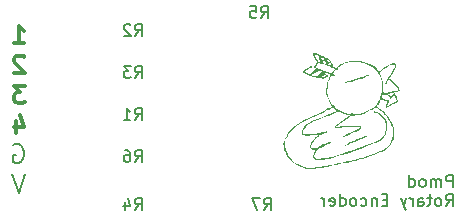
<source format=gbr>
%TF.GenerationSoftware,KiCad,Pcbnew,7.0.2*%
%TF.CreationDate,2023-05-26T20:55:18+09:00*%
%TF.ProjectId,Pmod_encoder,506d6f64-5f65-46e6-936f-6465722e6b69,rev?*%
%TF.SameCoordinates,Original*%
%TF.FileFunction,Legend,Bot*%
%TF.FilePolarity,Positive*%
%FSLAX46Y46*%
G04 Gerber Fmt 4.6, Leading zero omitted, Abs format (unit mm)*
G04 Created by KiCad (PCBNEW 7.0.2) date 2023-05-26 20:55:18*
%MOMM*%
%LPD*%
G01*
G04 APERTURE LIST*
%ADD10C,0.300000*%
%ADD11C,0.150000*%
%ADD12C,0.200000*%
G04 APERTURE END LIST*
D10*
X100369714Y-91280428D02*
X99441142Y-91280428D01*
X99441142Y-91280428D02*
X99941142Y-91851857D01*
X99941142Y-91851857D02*
X99726857Y-91851857D01*
X99726857Y-91851857D02*
X99584000Y-91923285D01*
X99584000Y-91923285D02*
X99512571Y-91994714D01*
X99512571Y-91994714D02*
X99441142Y-92137571D01*
X99441142Y-92137571D02*
X99441142Y-92494714D01*
X99441142Y-92494714D02*
X99512571Y-92637571D01*
X99512571Y-92637571D02*
X99584000Y-92709000D01*
X99584000Y-92709000D02*
X99726857Y-92780428D01*
X99726857Y-92780428D02*
X100155428Y-92780428D01*
X100155428Y-92780428D02*
X100298285Y-92709000D01*
X100298285Y-92709000D02*
X100369714Y-92637571D01*
X100298285Y-88883285D02*
X100226857Y-88811857D01*
X100226857Y-88811857D02*
X100084000Y-88740428D01*
X100084000Y-88740428D02*
X99726857Y-88740428D01*
X99726857Y-88740428D02*
X99584000Y-88811857D01*
X99584000Y-88811857D02*
X99512571Y-88883285D01*
X99512571Y-88883285D02*
X99441142Y-89026142D01*
X99441142Y-89026142D02*
X99441142Y-89169000D01*
X99441142Y-89169000D02*
X99512571Y-89383285D01*
X99512571Y-89383285D02*
X100369714Y-90240428D01*
X100369714Y-90240428D02*
X99441142Y-90240428D01*
D11*
X136540904Y-99857619D02*
X136540904Y-98857619D01*
X136540904Y-98857619D02*
X136159952Y-98857619D01*
X136159952Y-98857619D02*
X136064714Y-98905238D01*
X136064714Y-98905238D02*
X136017095Y-98952857D01*
X136017095Y-98952857D02*
X135969476Y-99048095D01*
X135969476Y-99048095D02*
X135969476Y-99190952D01*
X135969476Y-99190952D02*
X136017095Y-99286190D01*
X136017095Y-99286190D02*
X136064714Y-99333809D01*
X136064714Y-99333809D02*
X136159952Y-99381428D01*
X136159952Y-99381428D02*
X136540904Y-99381428D01*
X135540904Y-99857619D02*
X135540904Y-99190952D01*
X135540904Y-99286190D02*
X135493285Y-99238571D01*
X135493285Y-99238571D02*
X135398047Y-99190952D01*
X135398047Y-99190952D02*
X135255190Y-99190952D01*
X135255190Y-99190952D02*
X135159952Y-99238571D01*
X135159952Y-99238571D02*
X135112333Y-99333809D01*
X135112333Y-99333809D02*
X135112333Y-99857619D01*
X135112333Y-99333809D02*
X135064714Y-99238571D01*
X135064714Y-99238571D02*
X134969476Y-99190952D01*
X134969476Y-99190952D02*
X134826619Y-99190952D01*
X134826619Y-99190952D02*
X134731380Y-99238571D01*
X134731380Y-99238571D02*
X134683761Y-99333809D01*
X134683761Y-99333809D02*
X134683761Y-99857619D01*
X134064714Y-99857619D02*
X134159952Y-99810000D01*
X134159952Y-99810000D02*
X134207571Y-99762380D01*
X134207571Y-99762380D02*
X134255190Y-99667142D01*
X134255190Y-99667142D02*
X134255190Y-99381428D01*
X134255190Y-99381428D02*
X134207571Y-99286190D01*
X134207571Y-99286190D02*
X134159952Y-99238571D01*
X134159952Y-99238571D02*
X134064714Y-99190952D01*
X134064714Y-99190952D02*
X133921857Y-99190952D01*
X133921857Y-99190952D02*
X133826619Y-99238571D01*
X133826619Y-99238571D02*
X133779000Y-99286190D01*
X133779000Y-99286190D02*
X133731381Y-99381428D01*
X133731381Y-99381428D02*
X133731381Y-99667142D01*
X133731381Y-99667142D02*
X133779000Y-99762380D01*
X133779000Y-99762380D02*
X133826619Y-99810000D01*
X133826619Y-99810000D02*
X133921857Y-99857619D01*
X133921857Y-99857619D02*
X134064714Y-99857619D01*
X132874238Y-99857619D02*
X132874238Y-98857619D01*
X132874238Y-99810000D02*
X132969476Y-99857619D01*
X132969476Y-99857619D02*
X133159952Y-99857619D01*
X133159952Y-99857619D02*
X133255190Y-99810000D01*
X133255190Y-99810000D02*
X133302809Y-99762380D01*
X133302809Y-99762380D02*
X133350428Y-99667142D01*
X133350428Y-99667142D02*
X133350428Y-99381428D01*
X133350428Y-99381428D02*
X133302809Y-99286190D01*
X133302809Y-99286190D02*
X133255190Y-99238571D01*
X133255190Y-99238571D02*
X133159952Y-99190952D01*
X133159952Y-99190952D02*
X132969476Y-99190952D01*
X132969476Y-99190952D02*
X132874238Y-99238571D01*
X135969476Y-101477619D02*
X136302809Y-101001428D01*
X136540904Y-101477619D02*
X136540904Y-100477619D01*
X136540904Y-100477619D02*
X136159952Y-100477619D01*
X136159952Y-100477619D02*
X136064714Y-100525238D01*
X136064714Y-100525238D02*
X136017095Y-100572857D01*
X136017095Y-100572857D02*
X135969476Y-100668095D01*
X135969476Y-100668095D02*
X135969476Y-100810952D01*
X135969476Y-100810952D02*
X136017095Y-100906190D01*
X136017095Y-100906190D02*
X136064714Y-100953809D01*
X136064714Y-100953809D02*
X136159952Y-101001428D01*
X136159952Y-101001428D02*
X136540904Y-101001428D01*
X135398047Y-101477619D02*
X135493285Y-101430000D01*
X135493285Y-101430000D02*
X135540904Y-101382380D01*
X135540904Y-101382380D02*
X135588523Y-101287142D01*
X135588523Y-101287142D02*
X135588523Y-101001428D01*
X135588523Y-101001428D02*
X135540904Y-100906190D01*
X135540904Y-100906190D02*
X135493285Y-100858571D01*
X135493285Y-100858571D02*
X135398047Y-100810952D01*
X135398047Y-100810952D02*
X135255190Y-100810952D01*
X135255190Y-100810952D02*
X135159952Y-100858571D01*
X135159952Y-100858571D02*
X135112333Y-100906190D01*
X135112333Y-100906190D02*
X135064714Y-101001428D01*
X135064714Y-101001428D02*
X135064714Y-101287142D01*
X135064714Y-101287142D02*
X135112333Y-101382380D01*
X135112333Y-101382380D02*
X135159952Y-101430000D01*
X135159952Y-101430000D02*
X135255190Y-101477619D01*
X135255190Y-101477619D02*
X135398047Y-101477619D01*
X134778999Y-100810952D02*
X134398047Y-100810952D01*
X134636142Y-100477619D02*
X134636142Y-101334761D01*
X134636142Y-101334761D02*
X134588523Y-101430000D01*
X134588523Y-101430000D02*
X134493285Y-101477619D01*
X134493285Y-101477619D02*
X134398047Y-101477619D01*
X133636142Y-101477619D02*
X133636142Y-100953809D01*
X133636142Y-100953809D02*
X133683761Y-100858571D01*
X133683761Y-100858571D02*
X133778999Y-100810952D01*
X133778999Y-100810952D02*
X133969475Y-100810952D01*
X133969475Y-100810952D02*
X134064713Y-100858571D01*
X133636142Y-101430000D02*
X133731380Y-101477619D01*
X133731380Y-101477619D02*
X133969475Y-101477619D01*
X133969475Y-101477619D02*
X134064713Y-101430000D01*
X134064713Y-101430000D02*
X134112332Y-101334761D01*
X134112332Y-101334761D02*
X134112332Y-101239523D01*
X134112332Y-101239523D02*
X134064713Y-101144285D01*
X134064713Y-101144285D02*
X133969475Y-101096666D01*
X133969475Y-101096666D02*
X133731380Y-101096666D01*
X133731380Y-101096666D02*
X133636142Y-101049047D01*
X133159951Y-101477619D02*
X133159951Y-100810952D01*
X133159951Y-101001428D02*
X133112332Y-100906190D01*
X133112332Y-100906190D02*
X133064713Y-100858571D01*
X133064713Y-100858571D02*
X132969475Y-100810952D01*
X132969475Y-100810952D02*
X132874237Y-100810952D01*
X132636141Y-100810952D02*
X132398046Y-101477619D01*
X132159951Y-100810952D02*
X132398046Y-101477619D01*
X132398046Y-101477619D02*
X132493284Y-101715714D01*
X132493284Y-101715714D02*
X132540903Y-101763333D01*
X132540903Y-101763333D02*
X132636141Y-101810952D01*
X131017093Y-100953809D02*
X130683760Y-100953809D01*
X130540903Y-101477619D02*
X131017093Y-101477619D01*
X131017093Y-101477619D02*
X131017093Y-100477619D01*
X131017093Y-100477619D02*
X130540903Y-100477619D01*
X130112331Y-100810952D02*
X130112331Y-101477619D01*
X130112331Y-100906190D02*
X130064712Y-100858571D01*
X130064712Y-100858571D02*
X129969474Y-100810952D01*
X129969474Y-100810952D02*
X129826617Y-100810952D01*
X129826617Y-100810952D02*
X129731379Y-100858571D01*
X129731379Y-100858571D02*
X129683760Y-100953809D01*
X129683760Y-100953809D02*
X129683760Y-101477619D01*
X128778998Y-101430000D02*
X128874236Y-101477619D01*
X128874236Y-101477619D02*
X129064712Y-101477619D01*
X129064712Y-101477619D02*
X129159950Y-101430000D01*
X129159950Y-101430000D02*
X129207569Y-101382380D01*
X129207569Y-101382380D02*
X129255188Y-101287142D01*
X129255188Y-101287142D02*
X129255188Y-101001428D01*
X129255188Y-101001428D02*
X129207569Y-100906190D01*
X129207569Y-100906190D02*
X129159950Y-100858571D01*
X129159950Y-100858571D02*
X129064712Y-100810952D01*
X129064712Y-100810952D02*
X128874236Y-100810952D01*
X128874236Y-100810952D02*
X128778998Y-100858571D01*
X128207569Y-101477619D02*
X128302807Y-101430000D01*
X128302807Y-101430000D02*
X128350426Y-101382380D01*
X128350426Y-101382380D02*
X128398045Y-101287142D01*
X128398045Y-101287142D02*
X128398045Y-101001428D01*
X128398045Y-101001428D02*
X128350426Y-100906190D01*
X128350426Y-100906190D02*
X128302807Y-100858571D01*
X128302807Y-100858571D02*
X128207569Y-100810952D01*
X128207569Y-100810952D02*
X128064712Y-100810952D01*
X128064712Y-100810952D02*
X127969474Y-100858571D01*
X127969474Y-100858571D02*
X127921855Y-100906190D01*
X127921855Y-100906190D02*
X127874236Y-101001428D01*
X127874236Y-101001428D02*
X127874236Y-101287142D01*
X127874236Y-101287142D02*
X127921855Y-101382380D01*
X127921855Y-101382380D02*
X127969474Y-101430000D01*
X127969474Y-101430000D02*
X128064712Y-101477619D01*
X128064712Y-101477619D02*
X128207569Y-101477619D01*
X127017093Y-101477619D02*
X127017093Y-100477619D01*
X127017093Y-101430000D02*
X127112331Y-101477619D01*
X127112331Y-101477619D02*
X127302807Y-101477619D01*
X127302807Y-101477619D02*
X127398045Y-101430000D01*
X127398045Y-101430000D02*
X127445664Y-101382380D01*
X127445664Y-101382380D02*
X127493283Y-101287142D01*
X127493283Y-101287142D02*
X127493283Y-101001428D01*
X127493283Y-101001428D02*
X127445664Y-100906190D01*
X127445664Y-100906190D02*
X127398045Y-100858571D01*
X127398045Y-100858571D02*
X127302807Y-100810952D01*
X127302807Y-100810952D02*
X127112331Y-100810952D01*
X127112331Y-100810952D02*
X127017093Y-100858571D01*
X126159950Y-101430000D02*
X126255188Y-101477619D01*
X126255188Y-101477619D02*
X126445664Y-101477619D01*
X126445664Y-101477619D02*
X126540902Y-101430000D01*
X126540902Y-101430000D02*
X126588521Y-101334761D01*
X126588521Y-101334761D02*
X126588521Y-100953809D01*
X126588521Y-100953809D02*
X126540902Y-100858571D01*
X126540902Y-100858571D02*
X126445664Y-100810952D01*
X126445664Y-100810952D02*
X126255188Y-100810952D01*
X126255188Y-100810952D02*
X126159950Y-100858571D01*
X126159950Y-100858571D02*
X126112331Y-100953809D01*
X126112331Y-100953809D02*
X126112331Y-101049047D01*
X126112331Y-101049047D02*
X126588521Y-101144285D01*
X125683759Y-101477619D02*
X125683759Y-100810952D01*
X125683759Y-101001428D02*
X125636140Y-100906190D01*
X125636140Y-100906190D02*
X125588521Y-100858571D01*
X125588521Y-100858571D02*
X125493283Y-100810952D01*
X125493283Y-100810952D02*
X125398045Y-100810952D01*
D12*
X99364952Y-96324380D02*
X99517333Y-96248190D01*
X99517333Y-96248190D02*
X99745904Y-96248190D01*
X99745904Y-96248190D02*
X99974476Y-96324380D01*
X99974476Y-96324380D02*
X100126857Y-96476761D01*
X100126857Y-96476761D02*
X100203047Y-96629142D01*
X100203047Y-96629142D02*
X100279238Y-96933904D01*
X100279238Y-96933904D02*
X100279238Y-97162476D01*
X100279238Y-97162476D02*
X100203047Y-97467238D01*
X100203047Y-97467238D02*
X100126857Y-97619619D01*
X100126857Y-97619619D02*
X99974476Y-97772000D01*
X99974476Y-97772000D02*
X99745904Y-97848190D01*
X99745904Y-97848190D02*
X99593523Y-97848190D01*
X99593523Y-97848190D02*
X99364952Y-97772000D01*
X99364952Y-97772000D02*
X99288761Y-97695809D01*
X99288761Y-97695809D02*
X99288761Y-97162476D01*
X99288761Y-97162476D02*
X99593523Y-97162476D01*
X100329675Y-98773538D02*
X99796341Y-100373538D01*
X99796341Y-100373538D02*
X99263008Y-98773538D01*
D10*
X99441142Y-87700428D02*
X100298285Y-87700428D01*
X99869714Y-87700428D02*
X99869714Y-86200428D01*
X99869714Y-86200428D02*
X100012571Y-86414714D01*
X100012571Y-86414714D02*
X100155428Y-86557571D01*
X100155428Y-86557571D02*
X100298285Y-86629000D01*
X99584000Y-94320428D02*
X99584000Y-95320428D01*
X99941142Y-93749000D02*
X100298285Y-94820428D01*
X100298285Y-94820428D02*
X99369714Y-94820428D01*
D11*
%TO.C,R1*%
X109640666Y-94188619D02*
X109973999Y-93712428D01*
X110212094Y-94188619D02*
X110212094Y-93188619D01*
X110212094Y-93188619D02*
X109831142Y-93188619D01*
X109831142Y-93188619D02*
X109735904Y-93236238D01*
X109735904Y-93236238D02*
X109688285Y-93283857D01*
X109688285Y-93283857D02*
X109640666Y-93379095D01*
X109640666Y-93379095D02*
X109640666Y-93521952D01*
X109640666Y-93521952D02*
X109688285Y-93617190D01*
X109688285Y-93617190D02*
X109735904Y-93664809D01*
X109735904Y-93664809D02*
X109831142Y-93712428D01*
X109831142Y-93712428D02*
X110212094Y-93712428D01*
X108688285Y-94188619D02*
X109259713Y-94188619D01*
X108973999Y-94188619D02*
X108973999Y-93188619D01*
X108973999Y-93188619D02*
X109069237Y-93331476D01*
X109069237Y-93331476D02*
X109164475Y-93426714D01*
X109164475Y-93426714D02*
X109259713Y-93474333D01*
%TO.C,R7*%
X120562666Y-101808619D02*
X120895999Y-101332428D01*
X121134094Y-101808619D02*
X121134094Y-100808619D01*
X121134094Y-100808619D02*
X120753142Y-100808619D01*
X120753142Y-100808619D02*
X120657904Y-100856238D01*
X120657904Y-100856238D02*
X120610285Y-100903857D01*
X120610285Y-100903857D02*
X120562666Y-100999095D01*
X120562666Y-100999095D02*
X120562666Y-101141952D01*
X120562666Y-101141952D02*
X120610285Y-101237190D01*
X120610285Y-101237190D02*
X120657904Y-101284809D01*
X120657904Y-101284809D02*
X120753142Y-101332428D01*
X120753142Y-101332428D02*
X121134094Y-101332428D01*
X120229332Y-100808619D02*
X119562666Y-100808619D01*
X119562666Y-100808619D02*
X119991237Y-101808619D01*
%TO.C,R4*%
X109640666Y-101808619D02*
X109973999Y-101332428D01*
X110212094Y-101808619D02*
X110212094Y-100808619D01*
X110212094Y-100808619D02*
X109831142Y-100808619D01*
X109831142Y-100808619D02*
X109735904Y-100856238D01*
X109735904Y-100856238D02*
X109688285Y-100903857D01*
X109688285Y-100903857D02*
X109640666Y-100999095D01*
X109640666Y-100999095D02*
X109640666Y-101141952D01*
X109640666Y-101141952D02*
X109688285Y-101237190D01*
X109688285Y-101237190D02*
X109735904Y-101284809D01*
X109735904Y-101284809D02*
X109831142Y-101332428D01*
X109831142Y-101332428D02*
X110212094Y-101332428D01*
X108783523Y-101141952D02*
X108783523Y-101808619D01*
X109021618Y-100761000D02*
X109259713Y-101475285D01*
X109259713Y-101475285D02*
X108640666Y-101475285D01*
%TO.C,R6*%
X109640666Y-97744619D02*
X109973999Y-97268428D01*
X110212094Y-97744619D02*
X110212094Y-96744619D01*
X110212094Y-96744619D02*
X109831142Y-96744619D01*
X109831142Y-96744619D02*
X109735904Y-96792238D01*
X109735904Y-96792238D02*
X109688285Y-96839857D01*
X109688285Y-96839857D02*
X109640666Y-96935095D01*
X109640666Y-96935095D02*
X109640666Y-97077952D01*
X109640666Y-97077952D02*
X109688285Y-97173190D01*
X109688285Y-97173190D02*
X109735904Y-97220809D01*
X109735904Y-97220809D02*
X109831142Y-97268428D01*
X109831142Y-97268428D02*
X110212094Y-97268428D01*
X108783523Y-96744619D02*
X108973999Y-96744619D01*
X108973999Y-96744619D02*
X109069237Y-96792238D01*
X109069237Y-96792238D02*
X109116856Y-96839857D01*
X109116856Y-96839857D02*
X109212094Y-96982714D01*
X109212094Y-96982714D02*
X109259713Y-97173190D01*
X109259713Y-97173190D02*
X109259713Y-97554142D01*
X109259713Y-97554142D02*
X109212094Y-97649380D01*
X109212094Y-97649380D02*
X109164475Y-97697000D01*
X109164475Y-97697000D02*
X109069237Y-97744619D01*
X109069237Y-97744619D02*
X108878761Y-97744619D01*
X108878761Y-97744619D02*
X108783523Y-97697000D01*
X108783523Y-97697000D02*
X108735904Y-97649380D01*
X108735904Y-97649380D02*
X108688285Y-97554142D01*
X108688285Y-97554142D02*
X108688285Y-97316047D01*
X108688285Y-97316047D02*
X108735904Y-97220809D01*
X108735904Y-97220809D02*
X108783523Y-97173190D01*
X108783523Y-97173190D02*
X108878761Y-97125571D01*
X108878761Y-97125571D02*
X109069237Y-97125571D01*
X109069237Y-97125571D02*
X109164475Y-97173190D01*
X109164475Y-97173190D02*
X109212094Y-97220809D01*
X109212094Y-97220809D02*
X109259713Y-97316047D01*
%TO.C,R3*%
X109640666Y-90632619D02*
X109973999Y-90156428D01*
X110212094Y-90632619D02*
X110212094Y-89632619D01*
X110212094Y-89632619D02*
X109831142Y-89632619D01*
X109831142Y-89632619D02*
X109735904Y-89680238D01*
X109735904Y-89680238D02*
X109688285Y-89727857D01*
X109688285Y-89727857D02*
X109640666Y-89823095D01*
X109640666Y-89823095D02*
X109640666Y-89965952D01*
X109640666Y-89965952D02*
X109688285Y-90061190D01*
X109688285Y-90061190D02*
X109735904Y-90108809D01*
X109735904Y-90108809D02*
X109831142Y-90156428D01*
X109831142Y-90156428D02*
X110212094Y-90156428D01*
X109307332Y-89632619D02*
X108688285Y-89632619D01*
X108688285Y-89632619D02*
X109021618Y-90013571D01*
X109021618Y-90013571D02*
X108878761Y-90013571D01*
X108878761Y-90013571D02*
X108783523Y-90061190D01*
X108783523Y-90061190D02*
X108735904Y-90108809D01*
X108735904Y-90108809D02*
X108688285Y-90204047D01*
X108688285Y-90204047D02*
X108688285Y-90442142D01*
X108688285Y-90442142D02*
X108735904Y-90537380D01*
X108735904Y-90537380D02*
X108783523Y-90585000D01*
X108783523Y-90585000D02*
X108878761Y-90632619D01*
X108878761Y-90632619D02*
X109164475Y-90632619D01*
X109164475Y-90632619D02*
X109259713Y-90585000D01*
X109259713Y-90585000D02*
X109307332Y-90537380D01*
%TO.C,R5*%
X120308666Y-85552619D02*
X120641999Y-85076428D01*
X120880094Y-85552619D02*
X120880094Y-84552619D01*
X120880094Y-84552619D02*
X120499142Y-84552619D01*
X120499142Y-84552619D02*
X120403904Y-84600238D01*
X120403904Y-84600238D02*
X120356285Y-84647857D01*
X120356285Y-84647857D02*
X120308666Y-84743095D01*
X120308666Y-84743095D02*
X120308666Y-84885952D01*
X120308666Y-84885952D02*
X120356285Y-84981190D01*
X120356285Y-84981190D02*
X120403904Y-85028809D01*
X120403904Y-85028809D02*
X120499142Y-85076428D01*
X120499142Y-85076428D02*
X120880094Y-85076428D01*
X119403904Y-84552619D02*
X119880094Y-84552619D01*
X119880094Y-84552619D02*
X119927713Y-85028809D01*
X119927713Y-85028809D02*
X119880094Y-84981190D01*
X119880094Y-84981190D02*
X119784856Y-84933571D01*
X119784856Y-84933571D02*
X119546761Y-84933571D01*
X119546761Y-84933571D02*
X119451523Y-84981190D01*
X119451523Y-84981190D02*
X119403904Y-85028809D01*
X119403904Y-85028809D02*
X119356285Y-85124047D01*
X119356285Y-85124047D02*
X119356285Y-85362142D01*
X119356285Y-85362142D02*
X119403904Y-85457380D01*
X119403904Y-85457380D02*
X119451523Y-85505000D01*
X119451523Y-85505000D02*
X119546761Y-85552619D01*
X119546761Y-85552619D02*
X119784856Y-85552619D01*
X119784856Y-85552619D02*
X119880094Y-85505000D01*
X119880094Y-85505000D02*
X119927713Y-85457380D01*
%TO.C,R2*%
X109640666Y-87076619D02*
X109973999Y-86600428D01*
X110212094Y-87076619D02*
X110212094Y-86076619D01*
X110212094Y-86076619D02*
X109831142Y-86076619D01*
X109831142Y-86076619D02*
X109735904Y-86124238D01*
X109735904Y-86124238D02*
X109688285Y-86171857D01*
X109688285Y-86171857D02*
X109640666Y-86267095D01*
X109640666Y-86267095D02*
X109640666Y-86409952D01*
X109640666Y-86409952D02*
X109688285Y-86505190D01*
X109688285Y-86505190D02*
X109735904Y-86552809D01*
X109735904Y-86552809D02*
X109831142Y-86600428D01*
X109831142Y-86600428D02*
X110212094Y-86600428D01*
X109259713Y-86171857D02*
X109212094Y-86124238D01*
X109212094Y-86124238D02*
X109116856Y-86076619D01*
X109116856Y-86076619D02*
X108878761Y-86076619D01*
X108878761Y-86076619D02*
X108783523Y-86124238D01*
X108783523Y-86124238D02*
X108735904Y-86171857D01*
X108735904Y-86171857D02*
X108688285Y-86267095D01*
X108688285Y-86267095D02*
X108688285Y-86362333D01*
X108688285Y-86362333D02*
X108735904Y-86505190D01*
X108735904Y-86505190D02*
X109307332Y-87076619D01*
X109307332Y-87076619D02*
X108688285Y-87076619D01*
%TO.C,G\u002A\u002A\u002A*%
G36*
X129429191Y-90414152D02*
G01*
X129395878Y-90452336D01*
X129379397Y-90464575D01*
X129298044Y-90505737D01*
X129169140Y-90557902D01*
X129002671Y-90618089D01*
X128808621Y-90683324D01*
X128596975Y-90750624D01*
X128377717Y-90817013D01*
X128160833Y-90879512D01*
X127956306Y-90935141D01*
X127774123Y-90980922D01*
X127624268Y-91013878D01*
X127516724Y-91031029D01*
X127461477Y-91029397D01*
X127444175Y-91018436D01*
X127445874Y-90987306D01*
X127510080Y-90951712D01*
X127634508Y-90912676D01*
X127816867Y-90871217D01*
X127840748Y-90866262D01*
X128026489Y-90820861D01*
X128255591Y-90755562D01*
X128512787Y-90674915D01*
X128782808Y-90583466D01*
X128930516Y-90532062D01*
X129132259Y-90464455D01*
X129279006Y-90419715D01*
X129374748Y-90396988D01*
X129423478Y-90395417D01*
X129429191Y-90414152D01*
G37*
G36*
X129379034Y-95524426D02*
G01*
X129370723Y-95536758D01*
X129309582Y-95572956D01*
X129193915Y-95628408D01*
X129028182Y-95701020D01*
X128816841Y-95788696D01*
X128644562Y-95859676D01*
X128451753Y-95941363D01*
X128278146Y-96017196D01*
X128137784Y-96081027D01*
X128044714Y-96126707D01*
X127941941Y-96179211D01*
X127795043Y-96247195D01*
X127657746Y-96303531D01*
X127542345Y-96343643D01*
X127461135Y-96362953D01*
X127426412Y-96356886D01*
X127425279Y-96353655D01*
X127423125Y-96337737D01*
X127432354Y-96320691D01*
X127459915Y-96298770D01*
X127512756Y-96268220D01*
X127597828Y-96225292D01*
X127722077Y-96166235D01*
X127892453Y-96087299D01*
X128115905Y-95984734D01*
X128221952Y-95936608D01*
X128476003Y-95825241D01*
X128711991Y-95727171D01*
X128923004Y-95644915D01*
X129102129Y-95580993D01*
X129242451Y-95537924D01*
X129337057Y-95518229D01*
X129379034Y-95524426D01*
G37*
G36*
X127829820Y-93855209D02*
G01*
X127843909Y-93885985D01*
X127813585Y-93937486D01*
X127729992Y-94009369D01*
X127589758Y-94105146D01*
X127468020Y-94184620D01*
X127320585Y-94283363D01*
X127194725Y-94370067D01*
X127107457Y-94430670D01*
X126969456Y-94524142D01*
X126848169Y-94603890D01*
X126844555Y-94606214D01*
X126734566Y-94683168D01*
X126684655Y-94733854D01*
X126694581Y-94758709D01*
X126764107Y-94758170D01*
X126790516Y-94755046D01*
X126895883Y-94745605D01*
X127012744Y-94738105D01*
X127036728Y-94736763D01*
X127144478Y-94729432D01*
X127295609Y-94718011D01*
X127473492Y-94703785D01*
X127661496Y-94688035D01*
X127863453Y-94675059D01*
X128089913Y-94670155D01*
X128302815Y-94674982D01*
X128491729Y-94688744D01*
X128646220Y-94710647D01*
X128755856Y-94739892D01*
X128810201Y-94775686D01*
X128817306Y-94795603D01*
X128799698Y-94864900D01*
X128734735Y-94946614D01*
X128632047Y-95030445D01*
X128501266Y-95106092D01*
X128478091Y-95117084D01*
X128365933Y-95168368D01*
X128214856Y-95235576D01*
X128041767Y-95311239D01*
X127863566Y-95387886D01*
X127756305Y-95433622D01*
X127565665Y-95514808D01*
X127424779Y-95574208D01*
X127326123Y-95614501D01*
X127262177Y-95638366D01*
X127225418Y-95648482D01*
X127208322Y-95647526D01*
X127203370Y-95638179D01*
X127203037Y-95623120D01*
X127210650Y-95600770D01*
X127246047Y-95566590D01*
X127315344Y-95522620D01*
X127424051Y-95466025D01*
X127577685Y-95393972D01*
X127781760Y-95303629D01*
X128041791Y-95192161D01*
X128189447Y-95128519D01*
X128398200Y-95033306D01*
X128548548Y-94956246D01*
X128643190Y-94895748D01*
X128684825Y-94850220D01*
X128676152Y-94818071D01*
X128641772Y-94802393D01*
X128539524Y-94783609D01*
X128386877Y-94772359D01*
X128193128Y-94768746D01*
X127967575Y-94772871D01*
X127719515Y-94784836D01*
X127458247Y-94804744D01*
X127280051Y-94820303D01*
X127038700Y-94838685D01*
X126852924Y-94848386D01*
X126716631Y-94849372D01*
X126623726Y-94841610D01*
X126568116Y-94825067D01*
X126543709Y-94799707D01*
X126541145Y-94778801D01*
X126572802Y-94708317D01*
X126654118Y-94621466D01*
X126777834Y-94526710D01*
X126810046Y-94505034D01*
X127007962Y-94371748D01*
X127194612Y-94245900D01*
X127355495Y-94137271D01*
X127476111Y-94055646D01*
X127521175Y-94023478D01*
X127588078Y-93967958D01*
X127617365Y-93931699D01*
X127642521Y-93902414D01*
X127707429Y-93869447D01*
X127780370Y-93849929D01*
X127829820Y-93855209D01*
G37*
G36*
X124758341Y-88490385D02*
G01*
X124861746Y-88515060D01*
X125002627Y-88559060D01*
X125170952Y-88618871D01*
X125356690Y-88690972D01*
X125549814Y-88771848D01*
X125740292Y-88857981D01*
X125835151Y-88903267D01*
X125997176Y-88985074D01*
X126108402Y-89049526D01*
X126176124Y-89101090D01*
X126207637Y-89144235D01*
X126230840Y-89193742D01*
X126283541Y-89289866D01*
X126347794Y-89396274D01*
X126379756Y-89447653D01*
X126423941Y-89528457D01*
X126437695Y-89579316D01*
X126427776Y-89612892D01*
X126426777Y-89616273D01*
X126418719Y-89649053D01*
X126449336Y-89682981D01*
X126532092Y-89725206D01*
X126666883Y-89785287D01*
X126845135Y-89648123D01*
X126950474Y-89567472D01*
X127063919Y-89483376D01*
X127151750Y-89424397D01*
X127229240Y-89381368D01*
X127311663Y-89345120D01*
X127414292Y-89306485D01*
X127625211Y-89240834D01*
X127900568Y-89190505D01*
X128195940Y-89177494D01*
X128529643Y-89200054D01*
X128679760Y-89218581D01*
X129005443Y-89276302D01*
X129296515Y-89357773D01*
X129574029Y-89469621D01*
X129859034Y-89618472D01*
X129902659Y-89645466D01*
X130026727Y-89740028D01*
X130144497Y-89851572D01*
X130239193Y-89963154D01*
X130294038Y-90057831D01*
X130310469Y-90089893D01*
X130336309Y-90084876D01*
X130387363Y-90033935D01*
X130456420Y-89966926D01*
X130600855Y-89850502D01*
X130776378Y-89727693D01*
X130966817Y-89608437D01*
X131155997Y-89502667D01*
X131327746Y-89420323D01*
X131465889Y-89371338D01*
X131502535Y-89364975D01*
X131617575Y-89375627D01*
X131716824Y-89424386D01*
X131774867Y-89499226D01*
X131776467Y-89501288D01*
X131780310Y-89522447D01*
X131766929Y-89611959D01*
X131723218Y-89739419D01*
X131654700Y-89893106D01*
X131566900Y-90061301D01*
X131465341Y-90232283D01*
X131355547Y-90394332D01*
X131311932Y-90455059D01*
X131242689Y-90556070D01*
X131196477Y-90629920D01*
X131181568Y-90663797D01*
X131182750Y-90666016D01*
X131220003Y-90696291D01*
X131289873Y-90737395D01*
X131304287Y-90745406D01*
X131406664Y-90819619D01*
X131525435Y-90928346D01*
X131651299Y-91060300D01*
X131774952Y-91204197D01*
X131887095Y-91348751D01*
X131978423Y-91482675D01*
X132039637Y-91594685D01*
X132061432Y-91673494D01*
X132049452Y-91699936D01*
X131981633Y-91746332D01*
X131861060Y-91793085D01*
X131695878Y-91837287D01*
X131494233Y-91876031D01*
X131477352Y-91878800D01*
X131337318Y-91904814D01*
X131211844Y-91932845D01*
X131126315Y-91957286D01*
X131018277Y-91996603D01*
X131190360Y-92076846D01*
X131362441Y-92157089D01*
X131467227Y-92042616D01*
X131467435Y-92042389D01*
X131537047Y-91971492D01*
X131590750Y-91937154D01*
X131636059Y-91944527D01*
X131680492Y-91998760D01*
X131731568Y-92105004D01*
X131796803Y-92268409D01*
X131803648Y-92286134D01*
X131861627Y-92440230D01*
X131893637Y-92546617D01*
X131893808Y-92549590D01*
X131897741Y-92617894D01*
X131872006Y-92666657D01*
X131814495Y-92705503D01*
X131723273Y-92747032D01*
X131704060Y-92755616D01*
X131597141Y-92808035D01*
X131463765Y-92878367D01*
X131328258Y-92953872D01*
X131215849Y-93017471D01*
X131082572Y-93087952D01*
X130992998Y-93126741D01*
X130940209Y-93136642D01*
X130917287Y-93120459D01*
X130909184Y-93079223D01*
X130912418Y-92973955D01*
X130934925Y-92855187D01*
X130972173Y-92753226D01*
X131009555Y-92666153D01*
X131010554Y-92613877D01*
X130968576Y-92610353D01*
X130933535Y-92612222D01*
X130844277Y-92588591D01*
X130732609Y-92538375D01*
X130617729Y-92469294D01*
X130511546Y-92396046D01*
X130414251Y-92600466D01*
X130359241Y-92703562D01*
X130282626Y-92822431D01*
X130212256Y-92908747D01*
X130170218Y-92953418D01*
X130126774Y-93024759D01*
X130140101Y-93077928D01*
X130210096Y-93123110D01*
X130236866Y-93136483D01*
X130324174Y-93187068D01*
X130420888Y-93249604D01*
X130457941Y-93274545D01*
X130563198Y-93342158D01*
X130650486Y-93394213D01*
X130730348Y-93455138D01*
X130800300Y-93538950D01*
X130815928Y-93563377D01*
X130884036Y-93652777D01*
X130964329Y-93742528D01*
X131018396Y-93801991D01*
X131149013Y-93977515D01*
X131277387Y-94188934D01*
X131395212Y-94419194D01*
X131457961Y-94566318D01*
X131494183Y-94651244D01*
X131565996Y-94868034D01*
X131602346Y-95052508D01*
X131609570Y-95213193D01*
X131604162Y-95414708D01*
X131586839Y-95614155D01*
X131559469Y-95779837D01*
X131537853Y-95853246D01*
X131456774Y-96031637D01*
X131340051Y-96220194D01*
X131200935Y-96400868D01*
X131052678Y-96555611D01*
X130908533Y-96666375D01*
X130816418Y-96722288D01*
X130704780Y-96791319D01*
X130622512Y-96843608D01*
X130617378Y-96846847D01*
X130537636Y-96887077D01*
X130406554Y-96943459D01*
X130234445Y-97012242D01*
X130031618Y-97089673D01*
X129808386Y-97172004D01*
X129575060Y-97255483D01*
X129341951Y-97336358D01*
X129119370Y-97410879D01*
X128917627Y-97475296D01*
X128747036Y-97525856D01*
X128725515Y-97531796D01*
X128566239Y-97572947D01*
X128357514Y-97623412D01*
X128112361Y-97680216D01*
X127843805Y-97740385D01*
X127564870Y-97800945D01*
X127288579Y-97858921D01*
X127231270Y-97870736D01*
X126957456Y-97927745D01*
X126686586Y-97984978D01*
X126431005Y-98039770D01*
X126203054Y-98089462D01*
X126015079Y-98131389D01*
X125879423Y-98162888D01*
X125735319Y-98195297D01*
X125542305Y-98233029D01*
X125361985Y-98262682D01*
X125219870Y-98279735D01*
X125059197Y-98293251D01*
X124894085Y-98309236D01*
X124737678Y-98327536D01*
X124558310Y-98351593D01*
X124542740Y-98353462D01*
X124387692Y-98351551D01*
X124194344Y-98322459D01*
X123979751Y-98270868D01*
X123760968Y-98201457D01*
X123555049Y-98118910D01*
X123379047Y-98027905D01*
X123378808Y-98027761D01*
X123282186Y-97960022D01*
X123156277Y-97858398D01*
X123017359Y-97736622D01*
X122881714Y-97608425D01*
X122869995Y-97596863D01*
X122744981Y-97472055D01*
X122654727Y-97375460D01*
X122587538Y-97290673D01*
X122531724Y-97201292D01*
X122475591Y-97090916D01*
X122407446Y-96943141D01*
X122374412Y-96868814D01*
X122285687Y-96639512D01*
X122236174Y-96439454D01*
X122230050Y-96324209D01*
X122325863Y-96324209D01*
X122347436Y-96491247D01*
X122405004Y-96676891D01*
X122498685Y-96899064D01*
X122511159Y-96926521D01*
X122571870Y-97056563D01*
X122624643Y-97156338D01*
X122680561Y-97241060D01*
X122750709Y-97325945D01*
X122846168Y-97426206D01*
X122978025Y-97557059D01*
X123058349Y-97634781D01*
X123244409Y-97800596D01*
X123416825Y-97927428D01*
X123593409Y-98025807D01*
X123791970Y-98106268D01*
X124030320Y-98179341D01*
X124073217Y-98191025D01*
X124234359Y-98229990D01*
X124363625Y-98249032D01*
X124485552Y-98250521D01*
X124624673Y-98236835D01*
X124633743Y-98235649D01*
X124784085Y-98217489D01*
X124929841Y-98202201D01*
X125040646Y-98192986D01*
X125104691Y-98188873D01*
X125283838Y-98173998D01*
X125438034Y-98153540D01*
X125596643Y-98122979D01*
X125789025Y-98077794D01*
X125798640Y-98075443D01*
X125922164Y-98046945D01*
X126097311Y-98008625D01*
X126312206Y-97962980D01*
X126554975Y-97912506D01*
X126813742Y-97859701D01*
X127076631Y-97807061D01*
X127098240Y-97802773D01*
X127363486Y-97749173D01*
X127625414Y-97694631D01*
X127871730Y-97641819D01*
X128090137Y-97593413D01*
X128268343Y-97552087D01*
X128394051Y-97520514D01*
X128494486Y-97492020D01*
X128669203Y-97438794D01*
X128874512Y-97373168D01*
X129101078Y-97298410D01*
X129339561Y-97217785D01*
X129580622Y-97134559D01*
X129814926Y-97051998D01*
X130033134Y-96973370D01*
X130225909Y-96901939D01*
X130383911Y-96840973D01*
X130497805Y-96793739D01*
X130558251Y-96763500D01*
X130619426Y-96723586D01*
X130726933Y-96656011D01*
X130842004Y-96585715D01*
X130922156Y-96529996D01*
X131075598Y-96387525D01*
X131221129Y-96211618D01*
X131343181Y-96022171D01*
X131426191Y-95839079D01*
X131494512Y-95549102D01*
X131510441Y-95225435D01*
X131467549Y-94903908D01*
X131366560Y-94599585D01*
X131341715Y-94545094D01*
X131229014Y-94320848D01*
X131108628Y-94112830D01*
X130990013Y-93936513D01*
X130882619Y-93807373D01*
X130855575Y-93778840D01*
X130776415Y-93685463D01*
X130718590Y-93603795D01*
X130654983Y-93526554D01*
X130567539Y-93459507D01*
X130482206Y-93409643D01*
X130403400Y-93357497D01*
X130365324Y-93332084D01*
X130274591Y-93277890D01*
X130168849Y-93219557D01*
X130001579Y-93131120D01*
X129812838Y-93254123D01*
X129729290Y-93305087D01*
X129588061Y-93384374D01*
X129424915Y-93470779D01*
X129260879Y-93552920D01*
X129144668Y-93608733D01*
X129018160Y-93666223D01*
X128917831Y-93704296D01*
X128824471Y-93728834D01*
X128718868Y-93745718D01*
X128581815Y-93760830D01*
X128507386Y-93768840D01*
X128367118Y-93786322D01*
X128253940Y-93803485D01*
X128187164Y-93817554D01*
X128160671Y-93822921D01*
X128061568Y-93826207D01*
X127932287Y-93817953D01*
X127796866Y-93800889D01*
X127679340Y-93777749D01*
X127603749Y-93751262D01*
X127565937Y-93733511D01*
X127519425Y-93726434D01*
X127506310Y-93728780D01*
X127481423Y-93724618D01*
X127436472Y-93709402D01*
X127361365Y-93679285D01*
X127246008Y-93630414D01*
X127080306Y-93558941D01*
X127072870Y-93555748D01*
X126965725Y-93515354D01*
X126883677Y-93494300D01*
X126843959Y-93497097D01*
X126818627Y-93511583D01*
X126738416Y-93547775D01*
X126612076Y-93600982D01*
X126448164Y-93667678D01*
X126255237Y-93744340D01*
X126041851Y-93827445D01*
X125911400Y-93877988D01*
X125500868Y-94040768D01*
X125148060Y-94187426D01*
X124848756Y-94320222D01*
X124598737Y-94441412D01*
X124393780Y-94553258D01*
X124229667Y-94658017D01*
X124102178Y-94757948D01*
X124007092Y-94855310D01*
X123940190Y-94952361D01*
X123888628Y-95063555D01*
X123863635Y-95195842D01*
X123894615Y-95296872D01*
X123981354Y-95364473D01*
X124065053Y-95392715D01*
X124204437Y-95414301D01*
X124379118Y-95416454D01*
X124594483Y-95398676D01*
X124855917Y-95360471D01*
X125168806Y-95301342D01*
X125538537Y-95220792D01*
X125567640Y-95214222D01*
X125753795Y-95177439D01*
X125884225Y-95162214D01*
X125956762Y-95168668D01*
X125969239Y-95196920D01*
X125938088Y-95216945D01*
X125856651Y-95254363D01*
X125737925Y-95303093D01*
X125594706Y-95357642D01*
X125552980Y-95373102D01*
X125390852Y-95436608D01*
X125275432Y-95489864D01*
X125193048Y-95539804D01*
X125130030Y-95593364D01*
X125116161Y-95607176D01*
X125017697Y-95705010D01*
X124922252Y-95799559D01*
X124900730Y-95821674D01*
X124825615Y-95910649D01*
X124773446Y-95989482D01*
X124738805Y-96051159D01*
X124715676Y-96080868D01*
X124706282Y-96092385D01*
X124674619Y-96148965D01*
X124632035Y-96235852D01*
X124598169Y-96315656D01*
X124567141Y-96442119D01*
X124585967Y-96528770D01*
X124656303Y-96579678D01*
X124779806Y-96598912D01*
X124844405Y-96599067D01*
X124940587Y-96587637D01*
X125037517Y-96556060D01*
X125152610Y-96497951D01*
X125303276Y-96406922D01*
X125303549Y-96406751D01*
X125441405Y-96327367D01*
X125592119Y-96252633D01*
X125746612Y-96185466D01*
X125895810Y-96128780D01*
X126030638Y-96085488D01*
X126142017Y-96058508D01*
X126220873Y-96050753D01*
X126258130Y-96065138D01*
X126244711Y-96104577D01*
X126244217Y-96105173D01*
X126201225Y-96135226D01*
X126111359Y-96185842D01*
X125987447Y-96250699D01*
X125842318Y-96323470D01*
X125688801Y-96397834D01*
X125539726Y-96467465D01*
X125407920Y-96526039D01*
X125306210Y-96567232D01*
X125229260Y-96599956D01*
X125131192Y-96667176D01*
X125040317Y-96772251D01*
X124965817Y-96881832D01*
X124878246Y-97056822D01*
X124845571Y-97205807D01*
X124866798Y-97325362D01*
X124940930Y-97412060D01*
X125066971Y-97462476D01*
X125243928Y-97473183D01*
X125517833Y-97450945D01*
X125880596Y-97399065D01*
X126217173Y-97326446D01*
X126302101Y-97303862D01*
X126564464Y-97229849D01*
X126857338Y-97141948D01*
X127174044Y-97042555D01*
X127507903Y-96934064D01*
X127852239Y-96818870D01*
X128200373Y-96699370D01*
X128545626Y-96577957D01*
X128881323Y-96457028D01*
X129200783Y-96338977D01*
X129497330Y-96226199D01*
X129764285Y-96121091D01*
X129994971Y-96026046D01*
X130182709Y-95943460D01*
X130320822Y-95875729D01*
X130402631Y-95825247D01*
X130464338Y-95766131D01*
X130544835Y-95673231D01*
X130630948Y-95562821D01*
X130712990Y-95448443D01*
X130781276Y-95343636D01*
X130826119Y-95261941D01*
X130837831Y-95216899D01*
X130839011Y-95185829D01*
X130854398Y-95106292D01*
X130881357Y-95000790D01*
X130891368Y-94959903D01*
X130911151Y-94772099D01*
X130900376Y-94566350D01*
X130861838Y-94369351D01*
X130798332Y-94207794D01*
X130755140Y-94137325D01*
X130589272Y-93939646D01*
X130375791Y-93765198D01*
X130128064Y-93625589D01*
X130016351Y-93572811D01*
X129925089Y-93522035D01*
X129881774Y-93483742D01*
X129878516Y-93452459D01*
X129903115Y-93436347D01*
X129958918Y-93444790D01*
X130054116Y-93481537D01*
X130197405Y-93549227D01*
X130283071Y-93593890D01*
X130540671Y-93763128D01*
X130746393Y-93957375D01*
X130893909Y-94170981D01*
X130909874Y-94203496D01*
X130972623Y-94388404D01*
X131008774Y-94598715D01*
X131015204Y-94807526D01*
X130988787Y-94987936D01*
X130969262Y-95062269D01*
X130946969Y-95162184D01*
X130937996Y-95225132D01*
X130926648Y-95268674D01*
X130881084Y-95360947D01*
X130809898Y-95478129D01*
X130723082Y-95605727D01*
X130630622Y-95729245D01*
X130542510Y-95834188D01*
X130468734Y-95906060D01*
X130435799Y-95930109D01*
X130381763Y-95962770D01*
X130308219Y-96000325D01*
X130209101Y-96045306D01*
X130078342Y-96100247D01*
X129909876Y-96167680D01*
X129697636Y-96250140D01*
X129435556Y-96350159D01*
X129117570Y-96470270D01*
X128941981Y-96535984D01*
X128455196Y-96714012D01*
X127986781Y-96879293D01*
X127542023Y-97030186D01*
X127126213Y-97165051D01*
X126744642Y-97282244D01*
X126402597Y-97380125D01*
X126105370Y-97457049D01*
X125858250Y-97511378D01*
X125666524Y-97541468D01*
X125532010Y-97555252D01*
X125347045Y-97570158D01*
X125206641Y-97573806D01*
X125097828Y-97565684D01*
X125007635Y-97545279D01*
X124923092Y-97512078D01*
X124869620Y-97486682D01*
X124803594Y-97446042D01*
X124766261Y-97395647D01*
X124746594Y-97316806D01*
X124733566Y-97190827D01*
X124733457Y-97187842D01*
X124748167Y-97127301D01*
X124786760Y-97030468D01*
X124841544Y-96916853D01*
X124851488Y-96897576D01*
X124899063Y-96796813D01*
X124925767Y-96724681D01*
X124926044Y-96695718D01*
X124918464Y-96694897D01*
X124857155Y-96693737D01*
X124766498Y-96695720D01*
X124757779Y-96695975D01*
X124616991Y-96675344D01*
X124521628Y-96610262D01*
X124474328Y-96506320D01*
X124477730Y-96369106D01*
X124534473Y-96204213D01*
X124576715Y-96123124D01*
X124646871Y-96004531D01*
X124725261Y-95883928D01*
X124801708Y-95776176D01*
X124866036Y-95696135D01*
X124908068Y-95658663D01*
X124930045Y-95643693D01*
X124989817Y-95591787D01*
X125066249Y-95518316D01*
X125193869Y-95390455D01*
X125032179Y-95424710D01*
X124927831Y-95445789D01*
X124725123Y-95481054D01*
X124541551Y-95505858D01*
X124392069Y-95518346D01*
X124291632Y-95516661D01*
X124288294Y-95516226D01*
X124204729Y-95510034D01*
X124151473Y-95514148D01*
X124128865Y-95513928D01*
X124056557Y-95495590D01*
X123960561Y-95460384D01*
X123898374Y-95433493D01*
X123831021Y-95393011D01*
X123795265Y-95341136D01*
X123771769Y-95257041D01*
X123762561Y-95205128D01*
X123763983Y-95124090D01*
X123792092Y-95034706D01*
X123852280Y-94913999D01*
X123859466Y-94900810D01*
X123923408Y-94794364D01*
X123990075Y-94713040D01*
X124077836Y-94637883D01*
X124205062Y-94549937D01*
X124250874Y-94520398D01*
X124368852Y-94449361D01*
X124502695Y-94376071D01*
X124657537Y-94298301D01*
X124838515Y-94213823D01*
X125050765Y-94120408D01*
X125299423Y-94015830D01*
X125589627Y-93897860D01*
X125926510Y-93764268D01*
X126315211Y-93612830D01*
X126760865Y-93441316D01*
X126764494Y-93434548D01*
X126741109Y-93397038D01*
X126685462Y-93339640D01*
X126612211Y-93275572D01*
X126536010Y-93218053D01*
X126471512Y-93180304D01*
X126448918Y-93171234D01*
X126409846Y-93163347D01*
X126362081Y-93169550D01*
X126293029Y-93193665D01*
X126190092Y-93239508D01*
X126040672Y-93310897D01*
X125951945Y-93354069D01*
X125749011Y-93454348D01*
X125538659Y-93559907D01*
X125354411Y-93653987D01*
X125317068Y-93673192D01*
X125147245Y-93758885D01*
X124945679Y-93858678D01*
X124734477Y-93961687D01*
X124535746Y-94057028D01*
X124426717Y-94109128D01*
X124044367Y-94298899D01*
X123717538Y-94474843D01*
X123440355Y-94641740D01*
X123206946Y-94804369D01*
X123011436Y-94967506D01*
X122847954Y-95135933D01*
X122710624Y-95314428D01*
X122593574Y-95507769D01*
X122490929Y-95720734D01*
X122475932Y-95755552D01*
X122390228Y-95974282D01*
X122340166Y-96157861D01*
X122325863Y-96324209D01*
X122230050Y-96324209D01*
X122226238Y-96252462D01*
X122256242Y-96062353D01*
X122326552Y-95852947D01*
X122437533Y-95608062D01*
X122487090Y-95509820D01*
X122598930Y-95310924D01*
X122718925Y-95133718D01*
X122853807Y-94972674D01*
X123010308Y-94822271D01*
X123195160Y-94676980D01*
X123415096Y-94531279D01*
X123676850Y-94379642D01*
X123987153Y-94216545D01*
X124352740Y-94036464D01*
X124496622Y-93966819D01*
X124717500Y-93858765D01*
X124936000Y-93750705D01*
X125133054Y-93652086D01*
X125289595Y-93572353D01*
X125411829Y-93509683D01*
X125618119Y-93405413D01*
X125826854Y-93301357D01*
X126007611Y-93212750D01*
X126152105Y-93141589D01*
X126251209Y-93088754D01*
X126305870Y-93052271D01*
X126324135Y-93026730D01*
X126314047Y-93006721D01*
X126287032Y-92978730D01*
X126212867Y-92871014D01*
X126132315Y-92719724D01*
X126051283Y-92539599D01*
X125975681Y-92345377D01*
X125911418Y-92151797D01*
X125864401Y-91973598D01*
X125840539Y-91825517D01*
X125838254Y-91674381D01*
X125934918Y-91674381D01*
X125947653Y-91869269D01*
X125969233Y-91999911D01*
X126021647Y-92191737D01*
X126095003Y-92397785D01*
X126181088Y-92595435D01*
X126271691Y-92762064D01*
X126301374Y-92808872D01*
X126369181Y-92907866D01*
X126419447Y-92961617D01*
X126462792Y-92979419D01*
X126509829Y-92970566D01*
X126530755Y-92964428D01*
X126587931Y-92967685D01*
X126606615Y-92998748D01*
X126573104Y-93042120D01*
X126553710Y-93056237D01*
X126534825Y-93086900D01*
X126575501Y-93117870D01*
X126592540Y-93128309D01*
X126664759Y-93182437D01*
X126746211Y-93253123D01*
X126807104Y-93300636D01*
X126941685Y-93380832D01*
X127112623Y-93464940D01*
X127303200Y-93546014D01*
X127496697Y-93617108D01*
X127676393Y-93671274D01*
X127825569Y-93701566D01*
X127843417Y-93703756D01*
X127916494Y-93708664D01*
X127948745Y-93694503D01*
X127960962Y-93653959D01*
X127961485Y-93650821D01*
X127975338Y-93614461D01*
X128010785Y-93611948D01*
X128086372Y-93641429D01*
X128162161Y-93663181D01*
X128287827Y-93679543D01*
X128422258Y-93681818D01*
X128581544Y-93664726D01*
X128861687Y-93598120D01*
X129163768Y-93487115D01*
X129476146Y-93336249D01*
X129787179Y-93150057D01*
X129800522Y-93141123D01*
X129962734Y-93012663D01*
X130110666Y-92861427D01*
X130236166Y-92699248D01*
X130331083Y-92537957D01*
X130387270Y-92389388D01*
X130395990Y-92273170D01*
X130569626Y-92273170D01*
X130586378Y-92316553D01*
X130629572Y-92354366D01*
X130741560Y-92427537D01*
X130898843Y-92494382D01*
X131032881Y-92503838D01*
X131040543Y-92502640D01*
X131122762Y-92497954D01*
X131172951Y-92508968D01*
X131173792Y-92509760D01*
X131172912Y-92551062D01*
X131145592Y-92632208D01*
X131097395Y-92736457D01*
X131095888Y-92739389D01*
X131045513Y-92846072D01*
X131013119Y-92931514D01*
X131005654Y-92977455D01*
X131011686Y-92989529D01*
X131041305Y-93003070D01*
X131042160Y-93002628D01*
X131082865Y-92979711D01*
X131163033Y-92933524D01*
X131266215Y-92873539D01*
X131372784Y-92812628D01*
X131517734Y-92732586D01*
X131642097Y-92666715D01*
X131815298Y-92578166D01*
X131715862Y-92339289D01*
X131704546Y-92312452D01*
X131654832Y-92202359D01*
X131613253Y-92121958D01*
X131587849Y-92087088D01*
X131567318Y-92094301D01*
X131517074Y-92141884D01*
X131454702Y-92220518D01*
X131441332Y-92239133D01*
X131365436Y-92335275D01*
X131314647Y-92376044D01*
X131283500Y-92363767D01*
X131266530Y-92300780D01*
X131258042Y-92262527D01*
X131228093Y-92216014D01*
X131164760Y-92172010D01*
X131053666Y-92118178D01*
X130949846Y-92076447D01*
X130850150Y-92046280D01*
X130786877Y-92038804D01*
X130745904Y-92035692D01*
X130705593Y-91994977D01*
X130682522Y-91952628D01*
X130650691Y-91962418D01*
X130617301Y-92024914D01*
X130587767Y-92133738D01*
X130575079Y-92201856D01*
X130569626Y-92273170D01*
X130395990Y-92273170D01*
X130396575Y-92265373D01*
X130397494Y-92201249D01*
X130436962Y-92165341D01*
X130456380Y-92152929D01*
X130484241Y-92094808D01*
X130510135Y-91983808D01*
X130535902Y-91813393D01*
X130555184Y-91655730D01*
X130570462Y-91486976D01*
X130574173Y-91345900D01*
X130566665Y-91211280D01*
X130548289Y-91061887D01*
X130539693Y-91006050D01*
X130457071Y-90647921D01*
X130334160Y-90330762D01*
X130251844Y-90191520D01*
X130422445Y-90191520D01*
X130431746Y-90265148D01*
X130462134Y-90379314D01*
X130515758Y-90544196D01*
X130538984Y-90618108D01*
X130559507Y-90683414D01*
X130624141Y-90946955D01*
X130664824Y-91201793D01*
X130679259Y-91431391D01*
X130665146Y-91619207D01*
X130657289Y-91667241D01*
X130647572Y-91755383D01*
X130648983Y-91804613D01*
X130659189Y-91815877D01*
X130717822Y-91845749D01*
X130808207Y-91875216D01*
X130833956Y-91881502D01*
X130968573Y-91892554D01*
X131109572Y-91859296D01*
X131194133Y-91833681D01*
X131337551Y-91800227D01*
X131480906Y-91775563D01*
X131587942Y-91758369D01*
X131725958Y-91729175D01*
X131832747Y-91698927D01*
X131835325Y-91698011D01*
X131916120Y-91664788D01*
X131944661Y-91636623D01*
X131932347Y-91602476D01*
X131927329Y-91595212D01*
X131884934Y-91528087D01*
X131834176Y-91441795D01*
X131815606Y-91412577D01*
X131741132Y-91316553D01*
X131637394Y-91198496D01*
X131518553Y-91073062D01*
X131398775Y-90954907D01*
X131292220Y-90858686D01*
X131213053Y-90799057D01*
X131118560Y-90742365D01*
X131049880Y-90860639D01*
X131022332Y-90912190D01*
X131006208Y-90971484D01*
X131030022Y-91001680D01*
X131058468Y-91024884D01*
X131035941Y-91061734D01*
X130984623Y-91093333D01*
X130908052Y-91108213D01*
X130853047Y-91085103D01*
X130850354Y-91074990D01*
X130866951Y-91014582D01*
X130914161Y-90913906D01*
X130986374Y-90782816D01*
X131077979Y-90631167D01*
X131183365Y-90468809D01*
X131296922Y-90305597D01*
X131325004Y-90265800D01*
X131418047Y-90122142D01*
X131506127Y-89970224D01*
X131582934Y-89822689D01*
X131642159Y-89692179D01*
X131677493Y-89591335D01*
X131682624Y-89532800D01*
X131668200Y-89507359D01*
X131599116Y-89466403D01*
X131500356Y-89466036D01*
X131391764Y-89502108D01*
X131248052Y-89569453D01*
X131084484Y-89659199D01*
X130914298Y-89762894D01*
X130750735Y-89872081D01*
X130607037Y-89978308D01*
X130496442Y-90073121D01*
X130432192Y-90148063D01*
X130432084Y-90148249D01*
X130422445Y-90191520D01*
X130251844Y-90191520D01*
X130173504Y-90059003D01*
X129977647Y-89837079D01*
X129749135Y-89669424D01*
X129410068Y-89506465D01*
X129034264Y-89381353D01*
X128644452Y-89300920D01*
X128257433Y-89268618D01*
X127890008Y-89287893D01*
X127778109Y-89307297D01*
X127602708Y-89351593D01*
X127429555Y-89408705D01*
X127279693Y-89471438D01*
X127174173Y-89532597D01*
X127146892Y-89552896D01*
X127054242Y-89619118D01*
X126953461Y-89688517D01*
X126904879Y-89723551D01*
X126883031Y-89746022D01*
X126836951Y-89793415D01*
X126816025Y-89863102D01*
X126814853Y-89881639D01*
X126796320Y-89940040D01*
X126766530Y-89963624D01*
X126740032Y-89938039D01*
X126738190Y-89933442D01*
X126717026Y-89916169D01*
X126678704Y-89935682D01*
X126616061Y-89997542D01*
X126521932Y-90107308D01*
X126515225Y-90115466D01*
X126448113Y-90205278D01*
X126407828Y-90274660D01*
X126402880Y-90309180D01*
X126412936Y-90314968D01*
X126453133Y-90305332D01*
X126460829Y-90300858D01*
X126504246Y-90312765D01*
X126556398Y-90349695D01*
X126590057Y-90394015D01*
X126581381Y-90416897D01*
X126530877Y-90434135D01*
X126458877Y-90435520D01*
X126389756Y-90418120D01*
X126382219Y-90414631D01*
X126349438Y-90403034D01*
X126321779Y-90408314D01*
X126293041Y-90439232D01*
X126257029Y-90504550D01*
X126207540Y-90613032D01*
X126138377Y-90773440D01*
X126120155Y-90816489D01*
X126038011Y-91028981D01*
X125988855Y-91193972D01*
X125973935Y-91307406D01*
X125974336Y-91341126D01*
X125969213Y-91427098D01*
X125956916Y-91474434D01*
X125955968Y-91475690D01*
X125937687Y-91543296D01*
X125934918Y-91674381D01*
X125838254Y-91674381D01*
X125837632Y-91633236D01*
X125870477Y-91339803D01*
X125942643Y-91034351D01*
X126050187Y-90737337D01*
X126104873Y-90607086D01*
X126152233Y-90485450D01*
X126182297Y-90397430D01*
X126190187Y-90356302D01*
X126189978Y-90355802D01*
X126156797Y-90331756D01*
X126083058Y-90295176D01*
X125985513Y-90252738D01*
X125880918Y-90211119D01*
X125786022Y-90176993D01*
X125717581Y-90157036D01*
X125692347Y-90157924D01*
X125697239Y-90185917D01*
X125723811Y-90242131D01*
X125776921Y-90253479D01*
X125839818Y-90257960D01*
X125851778Y-90283613D01*
X125812057Y-90322600D01*
X125811125Y-90323516D01*
X125721370Y-90370283D01*
X125678520Y-90388871D01*
X125561926Y-90443302D01*
X125467525Y-90492210D01*
X125365832Y-90549933D01*
X125511861Y-90565797D01*
X125513767Y-90566003D01*
X125614621Y-90570719D01*
X125687422Y-90551257D01*
X125767919Y-90498173D01*
X125790213Y-90480808D01*
X125863176Y-90417587D01*
X125906981Y-90369805D01*
X125926188Y-90348787D01*
X125982116Y-90346423D01*
X125994455Y-90353166D01*
X126025962Y-90402604D01*
X126003126Y-90464860D01*
X125929966Y-90526084D01*
X125820076Y-90589440D01*
X125719282Y-90644750D01*
X125648858Y-90675661D01*
X125593710Y-90686844D01*
X125538742Y-90682968D01*
X125468856Y-90668702D01*
X125425710Y-90660278D01*
X125313704Y-90645686D01*
X125228612Y-90644077D01*
X125162963Y-90643083D01*
X125092585Y-90623734D01*
X125066076Y-90612949D01*
X124981369Y-90592768D01*
X124873950Y-90577267D01*
X124839420Y-90571432D01*
X124766588Y-90550809D01*
X125214070Y-90550809D01*
X125243712Y-90552863D01*
X125259308Y-90544654D01*
X125256856Y-90524677D01*
X125250962Y-90522621D01*
X125215525Y-90539720D01*
X125214070Y-90550809D01*
X124766588Y-90550809D01*
X124735627Y-90542042D01*
X124601718Y-90494371D01*
X124450863Y-90434221D01*
X124383043Y-90404912D01*
X124541060Y-90404912D01*
X124749715Y-90448581D01*
X124811685Y-90461602D01*
X124951063Y-90490667D01*
X125041666Y-90507019D01*
X125095388Y-90510420D01*
X125124124Y-90500635D01*
X125139768Y-90477430D01*
X125154215Y-90440568D01*
X125162145Y-90423034D01*
X125227348Y-90326301D01*
X125319241Y-90231001D01*
X125417791Y-90155623D01*
X125502973Y-90118653D01*
X125589317Y-90104702D01*
X125489561Y-90071352D01*
X125401028Y-90040903D01*
X125301202Y-90005017D01*
X125273795Y-89995564D01*
X125219944Y-89990615D01*
X125193753Y-90024689D01*
X125193290Y-90025936D01*
X125154734Y-90074418D01*
X125068758Y-90136197D01*
X124930489Y-90214325D01*
X124735053Y-90311851D01*
X124541060Y-90404912D01*
X124383043Y-90404912D01*
X124296233Y-90367396D01*
X124150997Y-90299705D01*
X124028324Y-90236949D01*
X123941385Y-90184934D01*
X123903349Y-90149465D01*
X123899375Y-90133489D01*
X123919963Y-90052870D01*
X124000133Y-89956905D01*
X124137137Y-89849124D01*
X124178865Y-89821861D01*
X124304551Y-89752048D01*
X124429437Y-89697527D01*
X124539601Y-89662994D01*
X124621121Y-89653148D01*
X124660073Y-89672685D01*
X124661398Y-89678008D01*
X124644502Y-89709878D01*
X124580362Y-89748920D01*
X124460815Y-89800363D01*
X124459663Y-89800819D01*
X124328401Y-89859833D01*
X124206131Y-89926814D01*
X124105748Y-89993234D01*
X124040150Y-90050571D01*
X124022230Y-90090299D01*
X124032781Y-90105636D01*
X124087418Y-90145782D01*
X124192041Y-90202301D01*
X124352555Y-90278556D01*
X124436045Y-90315417D01*
X124494340Y-90332888D01*
X124523137Y-90321960D01*
X124538586Y-90283023D01*
X124541218Y-90274864D01*
X124585266Y-90204168D01*
X124655882Y-90133788D01*
X124660293Y-90130289D01*
X124747088Y-90055586D01*
X124820523Y-89983633D01*
X124829278Y-89974165D01*
X124901834Y-89910770D01*
X124963078Y-89898968D01*
X125033236Y-89934048D01*
X125086020Y-89960962D01*
X125118542Y-89956611D01*
X125118926Y-89955597D01*
X125099654Y-89922416D01*
X125042970Y-89874567D01*
X124969611Y-89825885D01*
X124900310Y-89790201D01*
X124855804Y-89781346D01*
X124848569Y-89783617D01*
X124814861Y-89772177D01*
X124815727Y-89717832D01*
X124848936Y-89630856D01*
X124912257Y-89521522D01*
X124960244Y-89448922D01*
X125022211Y-89346805D01*
X125049446Y-89271248D01*
X125042573Y-89203451D01*
X125002212Y-89124608D01*
X124928986Y-89015922D01*
X124847680Y-88887989D01*
X124775402Y-88754588D01*
X124730710Y-88654234D01*
X124836185Y-88654234D01*
X124859480Y-88714244D01*
X124921014Y-88815937D01*
X125020674Y-88965432D01*
X125057150Y-89019742D01*
X125126950Y-89133814D01*
X125158973Y-89221598D01*
X125153644Y-89302943D01*
X125111384Y-89397704D01*
X125032618Y-89525728D01*
X124927348Y-89690105D01*
X125109731Y-89795668D01*
X125193110Y-89840570D01*
X125333998Y-89906489D01*
X125458265Y-89954342D01*
X125504078Y-89969621D01*
X125630637Y-90014795D01*
X125732059Y-90052748D01*
X125783030Y-90071823D01*
X125937665Y-90131965D01*
X126032275Y-90169127D01*
X126147654Y-90213019D01*
X126228666Y-90242037D01*
X126261914Y-90251252D01*
X126269426Y-90246033D01*
X126312271Y-90202210D01*
X126374806Y-90128966D01*
X126444494Y-90042191D01*
X126508792Y-89957774D01*
X126555159Y-89891604D01*
X126571056Y-89859571D01*
X126546168Y-89841491D01*
X126471364Y-89802271D01*
X126359271Y-89749302D01*
X126222544Y-89688785D01*
X126053540Y-89619133D01*
X125844224Y-89543907D01*
X125625951Y-89480052D01*
X125370378Y-89418582D01*
X125294894Y-89392645D01*
X125236605Y-89340765D01*
X125236885Y-89276957D01*
X125268156Y-89251908D01*
X125328604Y-89275772D01*
X125348425Y-89287651D01*
X125369854Y-89291930D01*
X125369534Y-89264622D01*
X125345966Y-89196082D01*
X125297649Y-89076659D01*
X125273787Y-89017710D01*
X125234343Y-88907514D01*
X125222278Y-88843947D01*
X125235529Y-88818437D01*
X125261248Y-88800652D01*
X125244458Y-88769332D01*
X125369771Y-88769332D01*
X125413782Y-88893729D01*
X125417185Y-88903050D01*
X125470854Y-89019485D01*
X125536165Y-89127932D01*
X125582784Y-89200428D01*
X125594969Y-89251038D01*
X125574122Y-89298050D01*
X125552733Y-89336566D01*
X125550602Y-89363597D01*
X125553761Y-89364574D01*
X125601868Y-89379436D01*
X125681584Y-89404046D01*
X125695827Y-89408306D01*
X125775731Y-89427044D01*
X125822489Y-89429501D01*
X125831917Y-89420627D01*
X125828854Y-89368723D01*
X125793507Y-89286085D01*
X125731599Y-89187924D01*
X125688253Y-89110351D01*
X125677385Y-89063112D01*
X125868698Y-89063112D01*
X125944616Y-89156954D01*
X125954154Y-89168577D01*
X126010994Y-89231512D01*
X126049508Y-89264308D01*
X126058681Y-89270069D01*
X126066716Y-89282148D01*
X126094734Y-89324273D01*
X126112969Y-89397197D01*
X126103091Y-89452660D01*
X126087098Y-89464665D01*
X126038792Y-89456835D01*
X126020334Y-89446540D01*
X125996905Y-89458808D01*
X126014894Y-89481042D01*
X126079883Y-89520203D01*
X126176588Y-89563900D01*
X126360569Y-89637353D01*
X126288133Y-89505749D01*
X126276583Y-89484706D01*
X126210504Y-89362928D01*
X126149219Y-89248214D01*
X126139874Y-89231098D01*
X126068231Y-89139404D01*
X125975720Y-89092697D01*
X125868698Y-89063112D01*
X125677385Y-89063112D01*
X125665984Y-89013552D01*
X125666008Y-89009207D01*
X125654262Y-88953668D01*
X125609882Y-88905987D01*
X125518465Y-88850216D01*
X125369771Y-88769332D01*
X125244458Y-88769332D01*
X125244227Y-88768901D01*
X125166431Y-88726854D01*
X125025905Y-88673160D01*
X124996817Y-88663135D01*
X124904744Y-88634797D01*
X124851236Y-88629791D01*
X124836185Y-88654234D01*
X124730710Y-88654234D01*
X124722196Y-88635115D01*
X124694063Y-88543118D01*
X124697004Y-88492146D01*
X124702437Y-88488552D01*
X124758341Y-88490385D01*
G37*
%TD*%
M02*

</source>
